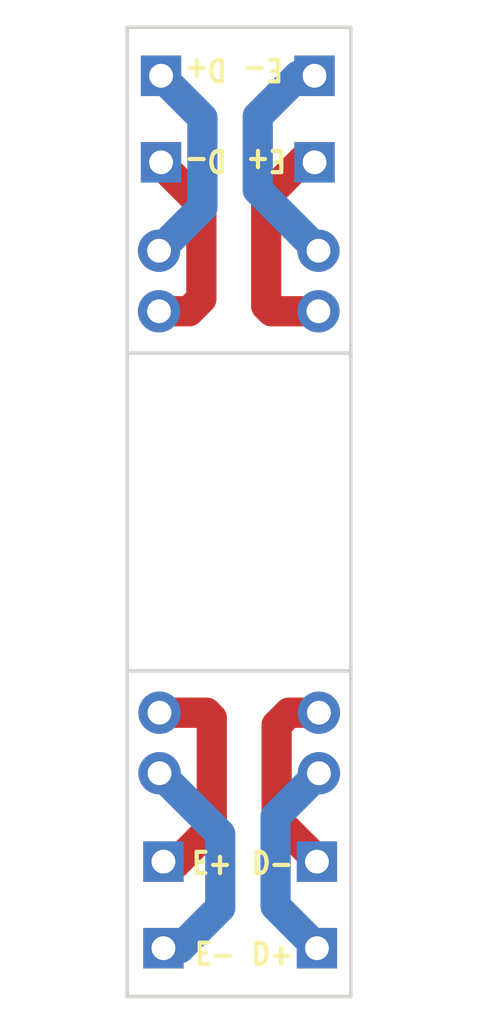
<source format=kicad_pcb>
(kicad_pcb (version 20171130) (host pcbnew 5.1.6+dfsg1-1~bpo10+1)

  (general
    (thickness 1.6)
    (drawings 15)
    (tracks 38)
    (zones 0)
    (modules 10)
    (nets 5)
  )

  (page A4)
  (layers
    (0 F.Cu signal)
    (31 B.Cu signal)
    (32 B.Adhes user)
    (33 F.Adhes user)
    (34 B.Paste user)
    (35 F.Paste user)
    (36 B.SilkS user)
    (37 F.SilkS user)
    (38 B.Mask user)
    (39 F.Mask user)
    (40 Dwgs.User user)
    (41 Cmts.User user)
    (42 Eco1.User user)
    (43 Eco2.User user)
    (44 Edge.Cuts user)
    (45 Margin user)
    (46 B.CrtYd user)
    (47 F.CrtYd user)
    (48 B.Fab user)
    (49 F.Fab user)
  )

  (setup
    (last_trace_width 0.127)
    (user_trace_width 0.127)
    (user_trace_width 0.254)
    (user_trace_width 0.635)
    (user_trace_width 1.27)
    (trace_clearance 0.127)
    (zone_clearance 0.508)
    (zone_45_only no)
    (trace_min 0.127)
    (via_size 0.45)
    (via_drill 0.2)
    (via_min_size 0.45)
    (via_min_drill 0.2)
    (user_via 1.27 0.635)
    (user_via 2.54 1.27)
    (uvia_size 0.3)
    (uvia_drill 0.1)
    (uvias_allowed no)
    (uvia_min_size 0.2)
    (uvia_min_drill 0.1)
    (edge_width 0.15)
    (segment_width 0.15)
    (pcb_text_width 0.3)
    (pcb_text_size 1.5 1.5)
    (mod_edge_width 0.15)
    (mod_text_size 1 1)
    (mod_text_width 0.15)
    (pad_size 1.524 1.524)
    (pad_drill 0.762)
    (pad_to_mask_clearance 0.051)
    (solder_mask_min_width 0.25)
    (aux_axis_origin 0 0)
    (visible_elements 7FFFFFFF)
    (pcbplotparams
      (layerselection 0x010f0_ffffffff)
      (usegerberextensions false)
      (usegerberattributes false)
      (usegerberadvancedattributes false)
      (creategerberjobfile false)
      (excludeedgelayer true)
      (linewidth 0.100000)
      (plotframeref false)
      (viasonmask false)
      (mode 1)
      (useauxorigin false)
      (hpglpennumber 1)
      (hpglpenspeed 20)
      (hpglpendiameter 15.000000)
      (psnegative false)
      (psa4output false)
      (plotreference true)
      (plotvalue true)
      (plotinvisibletext false)
      (padsonsilk false)
      (subtractmaskfromsilk false)
      (outputformat 1)
      (mirror false)
      (drillshape 0)
      (scaleselection 1)
      (outputdirectory "Gerbers/"))
  )

  (net 0 "")
  (net 1 "Net-(J1-Pad1)")
  (net 2 "Net-(J2-Pad1)")
  (net 3 "Net-(J3-Pad1)")
  (net 4 "Net-(J4-Pad1)")

  (net_class Default "Esta es la clase de red por defecto."
    (clearance 0.127)
    (trace_width 0.127)
    (via_dia 0.45)
    (via_drill 0.2)
    (uvia_dia 0.3)
    (uvia_drill 0.1)
    (diff_pair_width 0.254)
    (diff_pair_gap 0.254)
    (add_net "Net-(J1-Pad1)")
    (add_net "Net-(J2-Pad1)")
    (add_net "Net-(J3-Pad1)")
    (add_net "Net-(J4-Pad1)")
  )

  (module Encoder:itr8102 (layer F.Cu) (tedit 5D60A6D4) (tstamp 5F161ADC)
    (at 177.815399 95.760199 180)
    (path /5C59CA18)
    (fp_text reference U1 (at 0.116999 -0.027001) (layer F.SilkS) hide
      (effects (font (size 1 1) (thickness 0.15)))
    )
    (fp_text value ITR1802 (at 0.0508 -5.8166) (layer F.Fab)
      (effects (font (size 1 1) (thickness 0.15)))
    )
    (pad 4 thru_hole circle (at 3.35 -1.27 180) (size 1.778 1.778) (drill 1) (layers *.Cu *.Mask))
    (pad 1 thru_hole circle (at -3.35 -1.27 180) (size 1.778 1.778) (drill 1) (layers *.Cu *.Mask))
    (pad 3 thru_hole circle (at 3.35 1.27 180) (size 1.778 1.778) (drill 1) (layers *.Cu *.Mask))
    (pad 2 thru_hole circle (at -3.35 1.27 180) (size 1.778 1.778) (drill 1) (layers *.Cu *.Mask))
  )

  (module Encoder:No3dmodelPinHeader_1x01_P2.54mm_Vertical (layer F.Cu) (tedit 5C3CD202) (tstamp 5F161ACE)
    (at 174.549399 87.1512 180)
    (descr "Through hole straight pin header, 1x01, 2.54mm pitch, single row")
    (tags "Through hole pin header THT 1x01 2.54mm single row")
    (path /5C59CA2D)
    (fp_text reference J4 (at 0.152999 1.778) (layer F.SilkS) hide
      (effects (font (size 1 1) (thickness 0.15)))
    )
    (fp_text value Conn_01x01_Male (at 0 2.33) (layer F.Fab)
      (effects (font (size 1 1) (thickness 0.15)))
    )
    (fp_line (start 1.8 -1.8) (end -1.8 -1.8) (layer F.CrtYd) (width 0.05))
    (fp_line (start 1.8 1.8) (end 1.8 -1.8) (layer F.CrtYd) (width 0.05))
    (fp_line (start -1.8 1.8) (end 1.8 1.8) (layer F.CrtYd) (width 0.05))
    (fp_line (start -1.8 -1.8) (end -1.8 1.8) (layer F.CrtYd) (width 0.05))
    (fp_line (start -1.27 -0.635) (end -0.635 -1.27) (layer F.Fab) (width 0.1))
    (fp_line (start -1.27 1.27) (end -1.27 -0.635) (layer F.Fab) (width 0.1))
    (fp_line (start 1.27 1.27) (end -1.27 1.27) (layer F.Fab) (width 0.1))
    (fp_line (start 1.27 -1.27) (end 1.27 1.27) (layer F.Fab) (width 0.1))
    (fp_line (start -0.635 -1.27) (end 1.27 -1.27) (layer F.Fab) (width 0.1))
    (fp_text user %R (at 0 0 90) (layer F.Fab)
      (effects (font (size 1 1) (thickness 0.15)))
    )
    (pad 1 thru_hole rect (at 0 0 180) (size 1.7 1.7) (drill 1) (layers *.Cu *.Mask))
    (model ${KISYS3DMOD}/Connector_PinHeader_2.54mm.3dshapes/PinHeader_1x01_P2.54mm_Vertical.wrl
      (at (xyz 0 0 0))
      (scale (xyz 1 1 1))
      (rotate (xyz 0 0 0))
    )
  )

  (module Encoder:No3dmodelPinHeader_1x01_P2.54mm_Vertical (layer F.Cu) (tedit 5C3CD202) (tstamp 5F161AC0)
    (at 174.549399 90.782201 180)
    (descr "Through hole straight pin header, 1x01, 2.54mm pitch, single row")
    (tags "Through hole pin header THT 1x01 2.54mm single row")
    (path /5C59CA34)
    (fp_text reference J3 (at 0.152999 1.853001) (layer F.SilkS) hide
      (effects (font (size 1 1) (thickness 0.15)))
    )
    (fp_text value Conn_01x01_Male (at 0 2.33) (layer F.Fab)
      (effects (font (size 1 1) (thickness 0.15)))
    )
    (fp_line (start 1.8 -1.8) (end -1.8 -1.8) (layer F.CrtYd) (width 0.05))
    (fp_line (start 1.8 1.8) (end 1.8 -1.8) (layer F.CrtYd) (width 0.05))
    (fp_line (start -1.8 1.8) (end 1.8 1.8) (layer F.CrtYd) (width 0.05))
    (fp_line (start -1.8 -1.8) (end -1.8 1.8) (layer F.CrtYd) (width 0.05))
    (fp_line (start -1.27 -0.635) (end -0.635 -1.27) (layer F.Fab) (width 0.1))
    (fp_line (start -1.27 1.27) (end -1.27 -0.635) (layer F.Fab) (width 0.1))
    (fp_line (start 1.27 1.27) (end -1.27 1.27) (layer F.Fab) (width 0.1))
    (fp_line (start 1.27 -1.27) (end 1.27 1.27) (layer F.Fab) (width 0.1))
    (fp_line (start -0.635 -1.27) (end 1.27 -1.27) (layer F.Fab) (width 0.1))
    (fp_text user %R (at 0 0 90) (layer F.Fab)
      (effects (font (size 1 1) (thickness 0.15)))
    )
    (pad 1 thru_hole rect (at 0 0 180) (size 1.7 1.7) (drill 1) (layers *.Cu *.Mask))
    (model ${KISYS3DMOD}/Connector_PinHeader_2.54mm.3dshapes/PinHeader_1x01_P2.54mm_Vertical.wrl
      (at (xyz 0 0 0))
      (scale (xyz 1 1 1))
      (rotate (xyz 0 0 0))
    )
  )

  (module Encoder:No3dmodelPinHeader_1x01_P2.54mm_Vertical (layer F.Cu) (tedit 5C3CD202) (tstamp 5F161AB2)
    (at 181.0004 90.782201 180)
    (descr "Through hole straight pin header, 1x01, 2.54mm pitch, single row")
    (tags "Through hole pin header THT 1x01 2.54mm single row")
    (path /5C59CA1F)
    (fp_text reference J1 (at -0.047001 1.778) (layer F.SilkS) hide
      (effects (font (size 1 1) (thickness 0.15)))
    )
    (fp_text value Conn_01x01_Male (at 0 2.33) (layer F.Fab)
      (effects (font (size 1 1) (thickness 0.15)))
    )
    (fp_line (start 1.8 -1.8) (end -1.8 -1.8) (layer F.CrtYd) (width 0.05))
    (fp_line (start 1.8 1.8) (end 1.8 -1.8) (layer F.CrtYd) (width 0.05))
    (fp_line (start -1.8 1.8) (end 1.8 1.8) (layer F.CrtYd) (width 0.05))
    (fp_line (start -1.8 -1.8) (end -1.8 1.8) (layer F.CrtYd) (width 0.05))
    (fp_line (start -1.27 -0.635) (end -0.635 -1.27) (layer F.Fab) (width 0.1))
    (fp_line (start -1.27 1.27) (end -1.27 -0.635) (layer F.Fab) (width 0.1))
    (fp_line (start 1.27 1.27) (end -1.27 1.27) (layer F.Fab) (width 0.1))
    (fp_line (start 1.27 -1.27) (end 1.27 1.27) (layer F.Fab) (width 0.1))
    (fp_line (start -0.635 -1.27) (end 1.27 -1.27) (layer F.Fab) (width 0.1))
    (fp_text user %R (at 0 0 90) (layer F.Fab)
      (effects (font (size 1 1) (thickness 0.15)))
    )
    (pad 1 thru_hole rect (at 0 0 180) (size 1.7 1.7) (drill 1) (layers *.Cu *.Mask))
    (model ${KISYS3DMOD}/Connector_PinHeader_2.54mm.3dshapes/PinHeader_1x01_P2.54mm_Vertical.wrl
      (at (xyz 0 0 0))
      (scale (xyz 1 1 1))
      (rotate (xyz 0 0 0))
    )
  )

  (module Encoder:No3dmodelPinHeader_1x01_P2.54mm_Vertical (layer F.Cu) (tedit 5C3CD202) (tstamp 5F161AA1)
    (at 181.0004 87.1512 180)
    (descr "Through hole straight pin header, 1x01, 2.54mm pitch, single row")
    (tags "Through hole pin header THT 1x01 2.54mm single row")
    (path /5C59CA26)
    (fp_text reference J2 (at 0 1.778) (layer F.SilkS) hide
      (effects (font (size 1 1) (thickness 0.15)))
    )
    (fp_text value Conn_01x01_Male (at 0 2.33) (layer F.Fab)
      (effects (font (size 1 1) (thickness 0.15)))
    )
    (fp_line (start 1.8 -1.8) (end -1.8 -1.8) (layer F.CrtYd) (width 0.05))
    (fp_line (start 1.8 1.8) (end 1.8 -1.8) (layer F.CrtYd) (width 0.05))
    (fp_line (start -1.8 1.8) (end 1.8 1.8) (layer F.CrtYd) (width 0.05))
    (fp_line (start -1.8 -1.8) (end -1.8 1.8) (layer F.CrtYd) (width 0.05))
    (fp_line (start -1.27 -0.635) (end -0.635 -1.27) (layer F.Fab) (width 0.1))
    (fp_line (start -1.27 1.27) (end -1.27 -0.635) (layer F.Fab) (width 0.1))
    (fp_line (start 1.27 1.27) (end -1.27 1.27) (layer F.Fab) (width 0.1))
    (fp_line (start 1.27 -1.27) (end 1.27 1.27) (layer F.Fab) (width 0.1))
    (fp_line (start -0.635 -1.27) (end 1.27 -1.27) (layer F.Fab) (width 0.1))
    (fp_text user %R (at 0 0 90) (layer F.Fab)
      (effects (font (size 1 1) (thickness 0.15)))
    )
    (pad 1 thru_hole rect (at 0 0 180) (size 1.7 1.7) (drill 1) (layers *.Cu *.Mask))
    (model ${KISYS3DMOD}/Connector_PinHeader_2.54mm.3dshapes/PinHeader_1x01_P2.54mm_Vertical.wrl
      (at (xyz 0 0 0))
      (scale (xyz 1 1 1))
      (rotate (xyz 0 0 0))
    )
  )

  (module Encoder:No3dmodelPinHeader_1x01_P2.54mm_Vertical (layer F.Cu) (tedit 5C3CD202) (tstamp 5D60B60A)
    (at 174.6504 123.7488)
    (descr "Through hole straight pin header, 1x01, 2.54mm pitch, single row")
    (tags "Through hole pin header THT 1x01 2.54mm single row")
    (path /5C59CA26)
    (fp_text reference J2 (at 0 1.778) (layer F.SilkS) hide
      (effects (font (size 1 1) (thickness 0.15)))
    )
    (fp_text value Conn_01x01_Male (at 0 2.33) (layer F.Fab)
      (effects (font (size 1 1) (thickness 0.15)))
    )
    (fp_line (start 1.8 -1.8) (end -1.8 -1.8) (layer F.CrtYd) (width 0.05))
    (fp_line (start 1.8 1.8) (end 1.8 -1.8) (layer F.CrtYd) (width 0.05))
    (fp_line (start -1.8 1.8) (end 1.8 1.8) (layer F.CrtYd) (width 0.05))
    (fp_line (start -1.8 -1.8) (end -1.8 1.8) (layer F.CrtYd) (width 0.05))
    (fp_line (start -1.27 -0.635) (end -0.635 -1.27) (layer F.Fab) (width 0.1))
    (fp_line (start -1.27 1.27) (end -1.27 -0.635) (layer F.Fab) (width 0.1))
    (fp_line (start 1.27 1.27) (end -1.27 1.27) (layer F.Fab) (width 0.1))
    (fp_line (start 1.27 -1.27) (end 1.27 1.27) (layer F.Fab) (width 0.1))
    (fp_line (start -0.635 -1.27) (end 1.27 -1.27) (layer F.Fab) (width 0.1))
    (fp_text user %R (at 0 0 90) (layer F.Fab)
      (effects (font (size 1 1) (thickness 0.15)))
    )
    (pad 1 thru_hole rect (at 0 0) (size 1.7 1.7) (drill 1) (layers *.Cu *.Mask)
      (net 2 "Net-(J2-Pad1)"))
    (model ${KISYS3DMOD}/Connector_PinHeader_2.54mm.3dshapes/PinHeader_1x01_P2.54mm_Vertical.wrl
      (at (xyz 0 0 0))
      (scale (xyz 1 1 1))
      (rotate (xyz 0 0 0))
    )
  )

  (module Encoder:No3dmodelPinHeader_1x01_P2.54mm_Vertical (layer F.Cu) (tedit 5C3CD202) (tstamp 5D60B596)
    (at 174.6504 120.117799)
    (descr "Through hole straight pin header, 1x01, 2.54mm pitch, single row")
    (tags "Through hole pin header THT 1x01 2.54mm single row")
    (path /5C59CA1F)
    (fp_text reference J1 (at -0.047001 1.778) (layer F.SilkS) hide
      (effects (font (size 1 1) (thickness 0.15)))
    )
    (fp_text value Conn_01x01_Male (at 0 2.33) (layer F.Fab)
      (effects (font (size 1 1) (thickness 0.15)))
    )
    (fp_line (start 1.8 -1.8) (end -1.8 -1.8) (layer F.CrtYd) (width 0.05))
    (fp_line (start 1.8 1.8) (end 1.8 -1.8) (layer F.CrtYd) (width 0.05))
    (fp_line (start -1.8 1.8) (end 1.8 1.8) (layer F.CrtYd) (width 0.05))
    (fp_line (start -1.8 -1.8) (end -1.8 1.8) (layer F.CrtYd) (width 0.05))
    (fp_line (start -1.27 -0.635) (end -0.635 -1.27) (layer F.Fab) (width 0.1))
    (fp_line (start -1.27 1.27) (end -1.27 -0.635) (layer F.Fab) (width 0.1))
    (fp_line (start 1.27 1.27) (end -1.27 1.27) (layer F.Fab) (width 0.1))
    (fp_line (start 1.27 -1.27) (end 1.27 1.27) (layer F.Fab) (width 0.1))
    (fp_line (start -0.635 -1.27) (end 1.27 -1.27) (layer F.Fab) (width 0.1))
    (fp_text user %R (at 0 0 90) (layer F.Fab)
      (effects (font (size 1 1) (thickness 0.15)))
    )
    (pad 1 thru_hole rect (at 0 0) (size 1.7 1.7) (drill 1) (layers *.Cu *.Mask)
      (net 1 "Net-(J1-Pad1)"))
    (model ${KISYS3DMOD}/Connector_PinHeader_2.54mm.3dshapes/PinHeader_1x01_P2.54mm_Vertical.wrl
      (at (xyz 0 0 0))
      (scale (xyz 1 1 1))
      (rotate (xyz 0 0 0))
    )
  )

  (module Encoder:No3dmodelPinHeader_1x01_P2.54mm_Vertical (layer F.Cu) (tedit 5C3CD202) (tstamp 5D60B4BC)
    (at 181.101401 120.117799)
    (descr "Through hole straight pin header, 1x01, 2.54mm pitch, single row")
    (tags "Through hole pin header THT 1x01 2.54mm single row")
    (path /5C59CA34)
    (fp_text reference J3 (at 0.152999 1.853001) (layer F.SilkS) hide
      (effects (font (size 1 1) (thickness 0.15)))
    )
    (fp_text value Conn_01x01_Male (at 0 2.33) (layer F.Fab)
      (effects (font (size 1 1) (thickness 0.15)))
    )
    (fp_line (start 1.8 -1.8) (end -1.8 -1.8) (layer F.CrtYd) (width 0.05))
    (fp_line (start 1.8 1.8) (end 1.8 -1.8) (layer F.CrtYd) (width 0.05))
    (fp_line (start -1.8 1.8) (end 1.8 1.8) (layer F.CrtYd) (width 0.05))
    (fp_line (start -1.8 -1.8) (end -1.8 1.8) (layer F.CrtYd) (width 0.05))
    (fp_line (start -1.27 -0.635) (end -0.635 -1.27) (layer F.Fab) (width 0.1))
    (fp_line (start -1.27 1.27) (end -1.27 -0.635) (layer F.Fab) (width 0.1))
    (fp_line (start 1.27 1.27) (end -1.27 1.27) (layer F.Fab) (width 0.1))
    (fp_line (start 1.27 -1.27) (end 1.27 1.27) (layer F.Fab) (width 0.1))
    (fp_line (start -0.635 -1.27) (end 1.27 -1.27) (layer F.Fab) (width 0.1))
    (fp_text user %R (at 0 0 90) (layer F.Fab)
      (effects (font (size 1 1) (thickness 0.15)))
    )
    (pad 1 thru_hole rect (at 0 0) (size 1.7 1.7) (drill 1) (layers *.Cu *.Mask)
      (net 3 "Net-(J3-Pad1)"))
    (model ${KISYS3DMOD}/Connector_PinHeader_2.54mm.3dshapes/PinHeader_1x01_P2.54mm_Vertical.wrl
      (at (xyz 0 0 0))
      (scale (xyz 1 1 1))
      (rotate (xyz 0 0 0))
    )
  )

  (module Encoder:No3dmodelPinHeader_1x01_P2.54mm_Vertical (layer F.Cu) (tedit 5C3CD202) (tstamp 5D60B4A5)
    (at 181.101401 123.7488)
    (descr "Through hole straight pin header, 1x01, 2.54mm pitch, single row")
    (tags "Through hole pin header THT 1x01 2.54mm single row")
    (path /5C59CA2D)
    (fp_text reference J4 (at 0.152999 1.778) (layer F.SilkS) hide
      (effects (font (size 1 1) (thickness 0.15)))
    )
    (fp_text value Conn_01x01_Male (at 0 2.33) (layer F.Fab)
      (effects (font (size 1 1) (thickness 0.15)))
    )
    (fp_line (start 1.8 -1.8) (end -1.8 -1.8) (layer F.CrtYd) (width 0.05))
    (fp_line (start 1.8 1.8) (end 1.8 -1.8) (layer F.CrtYd) (width 0.05))
    (fp_line (start -1.8 1.8) (end 1.8 1.8) (layer F.CrtYd) (width 0.05))
    (fp_line (start -1.8 -1.8) (end -1.8 1.8) (layer F.CrtYd) (width 0.05))
    (fp_line (start -1.27 -0.635) (end -0.635 -1.27) (layer F.Fab) (width 0.1))
    (fp_line (start -1.27 1.27) (end -1.27 -0.635) (layer F.Fab) (width 0.1))
    (fp_line (start 1.27 1.27) (end -1.27 1.27) (layer F.Fab) (width 0.1))
    (fp_line (start 1.27 -1.27) (end 1.27 1.27) (layer F.Fab) (width 0.1))
    (fp_line (start -0.635 -1.27) (end 1.27 -1.27) (layer F.Fab) (width 0.1))
    (fp_text user %R (at 0 0 90) (layer F.Fab)
      (effects (font (size 1 1) (thickness 0.15)))
    )
    (pad 1 thru_hole rect (at 0 0) (size 1.7 1.7) (drill 1) (layers *.Cu *.Mask)
      (net 4 "Net-(J4-Pad1)"))
    (model ${KISYS3DMOD}/Connector_PinHeader_2.54mm.3dshapes/PinHeader_1x01_P2.54mm_Vertical.wrl
      (at (xyz 0 0 0))
      (scale (xyz 1 1 1))
      (rotate (xyz 0 0 0))
    )
  )

  (module Encoder:itr8102 (layer F.Cu) (tedit 5D60A6D4) (tstamp 5D60B41E)
    (at 177.835401 115.139801)
    (path /5C59CA18)
    (fp_text reference U1 (at 0.116999 -0.027001) (layer F.SilkS) hide
      (effects (font (size 1 1) (thickness 0.15)))
    )
    (fp_text value ITR1802 (at 0.0508 -5.8166) (layer F.Fab)
      (effects (font (size 1 1) (thickness 0.15)))
    )
    (pad 2 thru_hole circle (at -3.35 1.27) (size 1.778 1.778) (drill 1) (layers *.Cu *.Mask)
      (net 2 "Net-(J2-Pad1)"))
    (pad 3 thru_hole circle (at 3.35 1.27) (size 1.778 1.778) (drill 1) (layers *.Cu *.Mask)
      (net 4 "Net-(J4-Pad1)"))
    (pad 1 thru_hole circle (at -3.35 -1.27) (size 1.778 1.778) (drill 1) (layers *.Cu *.Mask)
      (net 1 "Net-(J1-Pad1)"))
    (pad 4 thru_hole circle (at 3.35 -1.27) (size 1.778 1.778) (drill 1) (layers *.Cu *.Mask)
      (net 3 "Net-(J3-Pad1)"))
  )

  (dimension 13.3312 (width 0.15) (layer Dwgs.User)
    (gr_text "13.331 mm" (at 187.228 105.45 90) (layer Dwgs.User)
      (effects (font (size 1 1) (thickness 0.15)))
    )
    (feature1 (pts (xy 182.5244 98.7844) (xy 186.514421 98.7844)))
    (feature2 (pts (xy 182.5244 112.1156) (xy 186.514421 112.1156)))
    (crossbar (pts (xy 185.928 112.1156) (xy 185.928 98.7844)))
    (arrow1a (pts (xy 185.928 98.7844) (xy 186.514421 99.910904)))
    (arrow1b (pts (xy 185.928 98.7844) (xy 185.341579 99.910904)))
    (arrow2a (pts (xy 185.928 112.1156) (xy 186.514421 110.989096)))
    (arrow2b (pts (xy 185.928 112.1156) (xy 185.341579 110.989096)))
  )
  (gr_line (start 182.5244 112.1156) (end 173.1264 112.1156) (layer Edge.Cuts) (width 0.15) (tstamp 5E1925BF))
  (gr_line (start 173.1264 98.7844) (end 182.5244 98.7844) (layer Edge.Cuts) (width 0.15) (tstamp 5F161AE7))
  (gr_line (start 182.5244 85.1192) (end 173.1264 85.1192) (layer Edge.Cuts) (width 0.15) (tstamp 5F161AE5))
  (gr_text E+ (at 178.9684 90.7072 180) (layer F.SilkS) (tstamp 5F161AAF)
    (effects (font (size 0.889 0.762) (thickness 0.1778)))
  )
  (gr_text D- (at 176.4284 90.7072 180) (layer F.SilkS) (tstamp 5F161A9A)
    (effects (font (size 0.889 0.762) (thickness 0.1778)))
  )
  (gr_text D+ (at 176.4284 86.8972 180) (layer F.SilkS) (tstamp 5F161A94)
    (effects (font (size 0.889 0.762) (thickness 0.1778)))
  )
  (gr_text E- (at 178.8414 86.8972 180) (layer F.SilkS) (tstamp 5F161A90)
    (effects (font (size 0.889 0.762) (thickness 0.1778)))
  )
  (gr_line (start 182.5244 125.7808) (end 182.5244 85.1192) (layer Edge.Cuts) (width 0.15) (tstamp 5D60B5C2))
  (gr_line (start 173.1264 125.7808) (end 182.5244 125.7808) (layer Edge.Cuts) (width 0.15) (tstamp 5D60B5C5))
  (gr_line (start 173.1264 85.1192) (end 173.1264 125.7808) (layer Edge.Cuts) (width 0.15) (tstamp 5D60B5C4))
  (gr_text D- (at 179.2224 120.1928) (layer F.SilkS) (tstamp 5D60B5C1)
    (effects (font (size 0.889 0.762) (thickness 0.1778)))
  )
  (gr_text D+ (at 179.2224 124.0028) (layer F.SilkS) (tstamp 5D60B57D)
    (effects (font (size 0.889 0.762) (thickness 0.1778)))
  )
  (gr_text E+ (at 176.6824 120.1928) (layer F.SilkS) (tstamp 5D60B57C)
    (effects (font (size 0.889 0.762) (thickness 0.1778)))
  )
  (gr_text E- (at 176.8094 124.0028) (layer F.SilkS) (tstamp 5D60B57B)
    (effects (font (size 0.889 0.762) (thickness 0.1778)))
  )

  (segment (start 181.0004 90.7072) (end 180.4924 90.7072) (width 1.27) (layer F.Cu) (net 0) (tstamp 5F161A98) (status 30))
  (segment (start 180.4924 90.7072) (end 178.9684 92.2312) (width 1.27) (layer F.Cu) (net 0) (tstamp 5F161A99) (status 10))
  (segment (start 178.9684 96.8032) (end 179.195399 97.030199) (width 1.27) (layer F.Cu) (net 0) (tstamp 5F161A9C))
  (segment (start 178.9684 92.2312) (end 178.9684 96.8032) (width 1.27) (layer F.Cu) (net 0) (tstamp 5F161AA0))
  (segment (start 179.195399 97.030199) (end 181.165399 97.030199) (width 1.27) (layer F.Cu) (net 0) (tstamp 5F161AE4) (status 20))
  (segment (start 178.6128 88.853) (end 178.6128 91.9376) (width 1.27) (layer B.Cu) (net 0) (tstamp 5F161A8E))
  (segment (start 181.0004 87.1512) (end 180.3146 87.1512) (width 1.27) (layer B.Cu) (net 0) (tstamp 5F161A8F))
  (segment (start 178.6128 91.9376) (end 181.165399 94.490199) (width 1.27) (layer B.Cu) (net 0) (tstamp 5F161A96))
  (segment (start 180.3146 87.1512) (end 178.6128 88.853) (width 1.27) (layer B.Cu) (net 0) (tstamp 5F161A9B))
  (segment (start 174.549399 90.860199) (end 174.549399 90.782201) (width 1.27) (layer F.Cu) (net 0) (tstamp 5F161A92) (status 30))
  (segment (start 174.465399 97.030199) (end 175.722634 97.030199) (width 1.27) (layer F.Cu) (net 0) (tstamp 5F161A93) (status 10))
  (segment (start 176.2434 96.509433) (end 176.2434 92.5542) (width 1.27) (layer F.Cu) (net 0) (tstamp 5F161A97))
  (segment (start 176.2434 92.5542) (end 174.549399 90.860199) (width 1.27) (layer F.Cu) (net 0) (tstamp 5F161A9E) (status 20))
  (segment (start 175.722634 97.030199) (end 176.2434 96.509433) (width 1.27) (layer F.Cu) (net 0) (tstamp 5F161AB1))
  (segment (start 176.2884 92.667198) (end 175.354398 93.6012) (width 1.27) (layer B.Cu) (net 0) (tstamp 5F161A91))
  (segment (start 174.549399 87.177199) (end 176.2884 88.9162) (width 1.27) (layer B.Cu) (net 0) (tstamp 5F161A95))
  (segment (start 176.2884 88.9162) (end 176.2884 92.667198) (width 1.27) (layer B.Cu) (net 0) (tstamp 5F161A9F))
  (segment (start 175.354398 93.6012) (end 174.465399 94.490199) (width 1.27) (layer B.Cu) (net 0) (tstamp 5F161AB0))
  (segment (start 174.549399 87.1512) (end 174.549399 87.177199) (width 1.27) (layer B.Cu) (net 0) (tstamp 5F161AE3))
  (segment (start 176.455401 113.869801) (end 174.485401 113.869801) (width 1.27) (layer F.Cu) (net 1) (tstamp 5D60B4DF) (status 20))
  (segment (start 176.6824 114.0968) (end 176.455401 113.869801) (width 1.27) (layer F.Cu) (net 1) (tstamp 5D60B52D))
  (segment (start 174.6504 120.1928) (end 175.1584 120.1928) (width 1.27) (layer F.Cu) (net 1) (tstamp 5D60B618) (status 30))
  (segment (start 175.1584 120.1928) (end 176.6824 118.6688) (width 1.27) (layer F.Cu) (net 1) (tstamp 5D60B619) (status 10))
  (segment (start 176.6824 118.6688) (end 176.6824 114.0968) (width 1.27) (layer F.Cu) (net 1) (tstamp 5D60B61B))
  (segment (start 174.6504 123.7488) (end 175.3362 123.7488) (width 1.27) (layer B.Cu) (net 2))
  (segment (start 175.3362 123.7488) (end 177.038 122.047) (width 1.27) (layer B.Cu) (net 2))
  (segment (start 177.038 118.9624) (end 174.485401 116.409801) (width 1.27) (layer B.Cu) (net 2))
  (segment (start 177.038 122.047) (end 177.038 118.9624) (width 1.27) (layer B.Cu) (net 2))
  (segment (start 179.928166 113.869801) (end 179.4074 114.390567) (width 1.27) (layer F.Cu) (net 3) (tstamp 5D60B5BD))
  (segment (start 179.4074 114.390567) (end 179.4074 118.3458) (width 1.27) (layer F.Cu) (net 3) (tstamp 5D60B5BC))
  (segment (start 179.4074 118.3458) (end 181.101401 120.039801) (width 1.27) (layer F.Cu) (net 3) (tstamp 5D60B5BE) (status 20))
  (segment (start 181.101401 120.039801) (end 181.101401 120.117799) (width 1.27) (layer F.Cu) (net 3) (tstamp 5D60B5BB) (status 30))
  (segment (start 181.185401 113.869801) (end 179.928166 113.869801) (width 1.27) (layer F.Cu) (net 3) (tstamp 5D60B5BA) (status 10))
  (segment (start 181.101401 123.7488) (end 181.101401 123.722801) (width 1.27) (layer B.Cu) (net 4) (tstamp 5D60B4DE))
  (segment (start 179.3624 121.9838) (end 179.3624 118.232802) (width 1.27) (layer B.Cu) (net 4) (tstamp 5D60B4F9))
  (segment (start 181.101401 123.722801) (end 179.3624 121.9838) (width 1.27) (layer B.Cu) (net 4) (tstamp 5D60B4FA))
  (segment (start 180.296402 117.2988) (end 181.185401 116.409801) (width 1.27) (layer B.Cu) (net 4) (tstamp 5D60B5BF))
  (segment (start 179.3624 118.232802) (end 180.296402 117.2988) (width 1.27) (layer B.Cu) (net 4) (tstamp 5D60B5C0))

)

</source>
